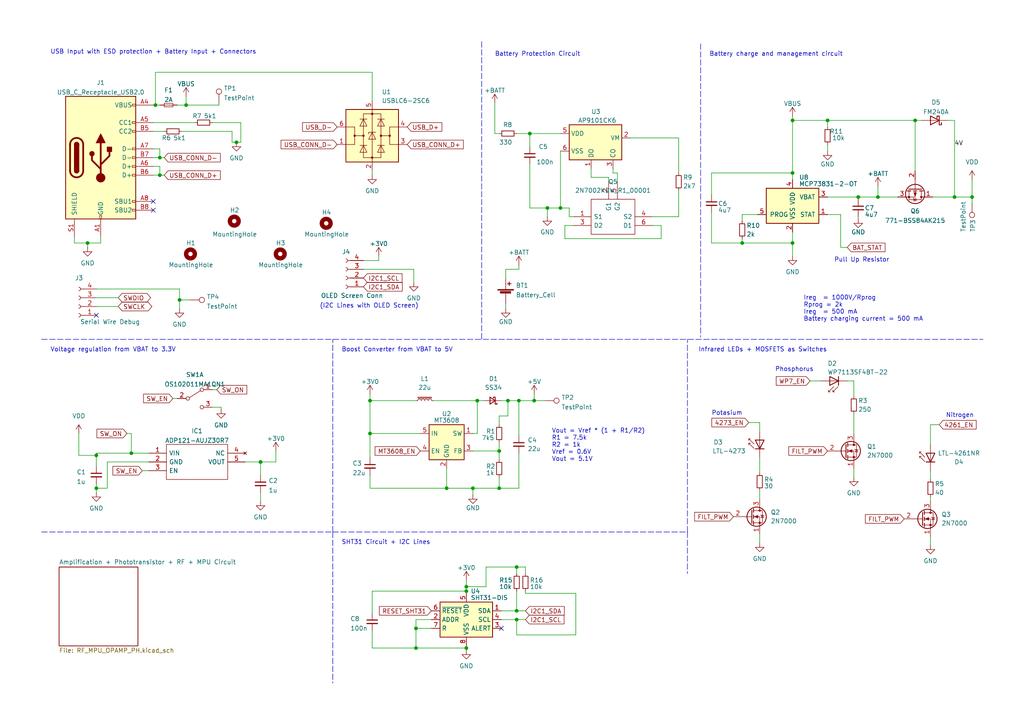
<source format=kicad_sch>
(kicad_sch (version 20211123) (generator eeschema)
  (paper "A4")
  (title_block (title "Dispositivo SNAP") (date "2022-11-03") (rev "1.0") (company "UTEC"))
  (lib_symbols
    (symbol "Battery_Management:AP9101CK6"
      (property "Reference" "U?" (at 2.0194 9.0465 0))
      (property "Value" "AP9101CK6" (at 2.0194 6.2714 0))
      (symbol "AP9101CK6_1_1"
        (pin output line (at -1.27 -7.62 90) (length 2.54) (name "DO") (number "1"))
        (pin passive line (at 10.16 1.27 180) (length 2.54) (name "VM") (number "2"))
        (pin output line (at 5.08 -7.62 90) (length 2.54) (name "CO") (number "3"))
        (pin no_connect line (at -7.62 -2.54 0) (length 2.54) hide (name "NC") (number "4"))
        (pin power_in line (at -10.16 2.54 0) (length 2.54) (name "VDD") (number "5"))
        (pin power_in line (at -10.16 -2.54 0) (length 2.54) (name "VSS") (number "6"))
      )
    )
    (symbol "Battery_Management:MCP73831-2-OT" (pin_names (offset 1.016))
      (property "Reference" "U" (at -7.62 6.35 0))
      (property "Value" "MCP73831-2-OT" (at 1.27 6.35 0))
      (symbol "MCP73831-2-OT_1_1"
        (pin output line (at 10.16 -2.54 180) (length 2.54) (name "STAT") (number "1"))
        (pin power_in line (at 0 -7.62 90) (length 2.54) (name "VSS") (number "2"))
        (pin power_out line (at 10.16 2.54 180) (length 2.54) (name "VBAT") (number "3"))
        (pin power_in line (at 0 7.62 270) (length 2.54) (name "VDD") (number "4"))
        (pin input line (at -10.16 -2.54 0) (length 2.54) (name "PROG") (number "5"))
      )
    )
    (symbol "Connector:Conn_01x04_Female" (pin_names (offset 1.016) hide)
      (property "Reference" "J" (at 0 5.08 0))
      (property "Value" "Conn_01x04_Female" (at 0 -7.62 0))
      (symbol "Conn_01x04_Female_1_1"
        (pin passive line (at -5.08 2.54 0) (length 3.81) (name "Pin_1") (number "1"))
        (pin passive line (at -5.08 0 0) (length 3.81) (name "Pin_2") (number "2"))
        (pin passive line (at -5.08 -2.54 0) (length 3.81) (name "Pin_3") (number "3"))
        (pin passive line (at -5.08 -5.08 0) (length 3.81) (name "Pin_4") (number "4"))
      )
    )
    (symbol "Connector:TestPoint" (pin_numbers hide) (pin_names (offset 0.762) hide)
      (property "Reference" "TP" (at 0 6.858 0))
      (property "Value" "TestPoint" (at 0 5.08 0))
      (symbol "TestPoint_1_1"
        (pin passive line (at 0 0 90) (length 2.54) (name "1") (number "1"))
      )
    )
    (symbol "Connector:USB_C_Receptacle_USB2.0" (pin_names (offset 1.016))
      (property "Reference" "J" (at -10.16 19.05 0))
      (property "Value" "USB_C_Receptacle_USB2.0" (at 19.05 19.05 0))
      (symbol "USB_C_Receptacle_USB2.0_1_1"
        (pin passive line (at 0 -22.86 90) (length 5.08) (name "GND") (number "A1"))
        (pin passive line (at 0 -22.86 90) (length 5.08) hide (name "GND") (number "A12"))
        (pin passive line (at 15.24 15.24 180) (length 5.08) (name "VBUS") (number "A4"))
        (pin bidirectional line (at 15.24 10.16 180) (length 5.08) (name "CC1") (number "A5"))
        (pin bidirectional line (at 15.24 -2.54 180) (length 5.08) (name "D+") (number "A6"))
        (pin bidirectional line (at 15.24 2.54 180) (length 5.08) (name "D-") (number "A7"))
        (pin bidirectional line (at 15.24 -12.7 180) (length 5.08) (name "SBU1") (number "A8"))
        (pin passive line (at 15.24 15.24 180) (length 5.08) hide (name "VBUS") (number "A9"))
        (pin passive line (at 0 -22.86 90) (length 5.08) hide (name "GND") (number "B1"))
        (pin passive line (at 0 -22.86 90) (length 5.08) hide (name "GND") (number "B12"))
        (pin passive line (at 15.24 15.24 180) (length 5.08) hide (name "VBUS") (number "B4"))
        (pin bidirectional line (at 15.24 7.62 180) (length 5.08) (name "CC2") (number "B5"))
        (pin bidirectional line (at 15.24 -5.08 180) (length 5.08) (name "D+") (number "B6"))
        (pin bidirectional line (at 15.24 0 180) (length 5.08) (name "D-") (number "B7"))
        (pin bidirectional line (at 15.24 -15.24 180) (length 5.08) (name "SBU2") (number "B8"))
        (pin passive line (at 15.24 15.24 180) (length 5.08) hide (name "VBUS") (number "B9"))
        (pin passive line (at -7.62 -22.86 90) (length 5.08) (name "SHIELD") (number "S1"))
      )
    )
    (symbol "Device:Battery_Cell" (pin_numbers hide) (pin_names (offset 0) hide)
      (property "Reference" "BT" (at 2.54 2.54 0))
      (property "Value" "Battery_Cell" (at 2.54 0 0))
      (symbol "Battery_Cell_1_1"
        (pin passive line (at 0 5.08 270) (length 2.54) (name "+") (number "1"))
        (pin passive line (at 0 -2.54 90) (length 2.54) (name "-") (number "2"))
      )
    )
    (symbol "Device:C_Small" (pin_numbers hide) (pin_names (offset 0.254) hide)
      (property "Reference" "C" (at 0.254 1.778 0))
      (property "Value" "C_Small" (at 0.254 -2.032 0))
      (symbol "C_Small_1_1"
        (pin passive line (at 0 2.54 270) (length 2.032) (name "~") (number "1"))
        (pin passive line (at 0 -2.54 90) (length 2.032) (name "~") (number "2"))
      )
    )
    (symbol "Device:D_Schottky" (pin_numbers hide) (pin_names (offset 1.016) hide)
      (property "Reference" "D" (at 0 2.54 0))
      (property "Value" "D_Schottky" (at 0 -2.54 0))
      (symbol "D_Schottky_1_1"
        (pin passive line (at -3.81 0 0) (length 2.54) (name "K") (number "1"))
        (pin passive line (at 3.81 0 180) (length 2.54) (name "A") (number "2"))
      )
    )
    (symbol "Device:D_Schottky_Small" (pin_numbers hide) (pin_names (offset 0.254) hide)
      (property "Reference" "D" (at -1.27 2.032 0))
      (property "Value" "D_Schottky_Small" (at -7.112 -2.032 0))
      (symbol "D_Schottky_Small_1_1"
        (pin passive line (at -2.54 0 0) (length 1.778) (name "K") (number "1"))
        (pin passive line (at 2.54 0 180) (length 1.778) (name "A") (number "2"))
      )
    )
    (symbol "Device:Fuse_Small" (pin_numbers hide) (pin_names (offset 0.254) hide)
      (property "Reference" "F" (at 0 -1.524 0))
      (property "Value" "Fuse_Small" (at 0 1.524 0))
      (symbol "Fuse_Small_1_1"
        (pin passive line (at -2.54 0 0) (length 1.27) (name "~") (number "1"))
        (pin passive line (at 2.54 0 180) (length 1.27) (name "~") (number "2"))
      )
    )
    (symbol "Device:L_Iron_Small" (pin_numbers hide) (pin_names (offset 0.254) hide)
      (property "Reference" "L" (at 1.27 1.016 0))
      (property "Value" "L_Iron_Small" (at 1.27 -1.27 0))
      (symbol "L_Iron_Small_1_1"
        (pin passive line (at 0 2.54 270) (length 0.508) (name "~") (number "1"))
        (pin passive line (at 0 -2.54 90) (length 0.508) (name "~") (number "2"))
      )
    )
    (symbol "Device:Q_PMOS_DGS" (pin_names (offset 0) hide)
      (property "Reference" "Q" (at 5.08 1.27 0))
      (property "Value" "Q_PMOS_DGS" (at 5.08 -1.27 0))
      (symbol "Q_PMOS_DGS_1_1"
        (pin passive line (at 2.54 5.08 270) (length 2.54) (name "D") (number "1"))
        (pin input line (at -5.08 0 0) (length 2.54) (name "G") (number "2"))
        (pin passive line (at 2.54 -5.08 90) (length 2.54) (name "S") (number "3"))
      )
    )
    (symbol "Device:R_Small" (pin_numbers hide) (pin_names (offset 0.254) hide)
      (property "Reference" "R" (at 0.762 0.508 0))
      (property "Value" "R_Small" (at 0.762 -1.016 0))
      (symbol "R_Small_1_1"
        (pin passive line (at 0 2.54 270) (length 0.762) (name "~") (number "1"))
        (pin passive line (at 0 -2.54 90) (length 0.762) (name "~") (number "2"))
      )
    )
    (symbol "LED:IR204A" (pin_numbers hide) (pin_names (offset 1.016) hide)
      (property "Reference" "D" (at 0.508 1.778 0))
      (property "Value" "IR204A" (at -1.016 -2.794 0))
      (symbol "IR204A_1_1"
        (pin passive line (at -5.08 0 0) (length 2.54) (name "K") (number "1"))
        (pin passive line (at 2.54 0 180) (length 2.54) (name "A") (number "2"))
      )
    )
    (symbol "Mechanical:MountingHole" (pin_names (offset 1.016))
      (property "Reference" "H" (at 0 5.08 0))
      (property "Value" "MountingHole" (at 0 3.175 0))
    )
    (symbol "Power_Protection:USBLC6-2SC6" (pin_names hide)
      (property "Reference" "U" (at 2.54 8.89 0))
      (property "Value" "USBLC6-2SC6" (at 2.54 -8.89 0))
      (symbol "USBLC6-2SC6_1_1"
        (pin passive line (at -10.16 -2.54 0) (length 2.54) (name "I/O1") (number "1"))
        (pin passive line (at 0 -10.16 90) (length 2.54) (name "GND") (number "2"))
        (pin passive line (at 10.16 -2.54 180) (length 2.54) (name "I/O2") (number "3"))
        (pin passive line (at 10.16 2.54 180) (length 2.54) (name "I/O2") (number "4"))
        (pin passive line (at 0 10.16 270) (length 2.54) (name "VBUS") (number "5"))
        (pin passive line (at -10.16 2.54 0) (length 2.54) (name "I/O1") (number "6"))
      )
    )
    (symbol "Regulator_Switching:MT3608"
      (property "Reference" "U" (at -2.54 8.89 0))
      (property "Value" "MT3608" (at -3.81 6.35 0))
      (symbol "MT3608_1_1"
        (pin passive line (at 7.62 2.54 180) (length 2.54) (name "SW") (number "1"))
        (pin power_in line (at 0 -7.62 90) (length 2.54) (name "GND") (number "2"))
        (pin input line (at 7.62 -2.54 180) (length 2.54) (name "FB") (number "3"))
        (pin input line (at -7.62 -2.54 0) (length 2.54) (name "EN") (number "4"))
        (pin power_in line (at -7.62 2.54 0) (length 2.54) (name "IN") (number "5"))
        (pin no_connect line (at 5.08 0 180) (length 2.54) hide (name "NC") (number "6"))
      )
    )
    (symbol "SamacSys_Parts:2N7002KDW_R1_00001" (pin_names (offset 0.762))
      (property "Reference" "Q?" (at 11.43 7.62 0))
      (property "Value" "2N7002KDW_R1_00001" (at 11.43 5.08 0))
      (symbol "2N7002KDW_R1_00001_0_0"
        (pin passive line (at 0 -2.54 0) (length 5.08) (name "S1") (number "1"))
        (pin passive line (at 10.16 7.62 270) (length 5.08) (name "G1") (number "2"))
        (pin passive line (at 0 -5.08 0) (length 5.08) (name "D2") (number "3"))
        (pin passive line (at 22.86 -2.54 180) (length 5.08) (name "S2") (number "4"))
        (pin passive line (at 12.7 7.62 270) (length 5.08) (name "G2") (number "5"))
        (pin passive line (at 22.86 -5.08 180) (length 5.08) (name "D1") (number "6"))
      )
    )
    (symbol "SamacSys_Parts:ADP121-AUJZ33R7" (pin_names (offset 0.762))
      (property "Reference" "IC" (at 24.13 7.62 0))
      (property "Value" "ADP121-AUJZ33R7" (at 24.13 5.08 0))
      (symbol "ADP121-AUJZ33R7_0_0"
        (pin passive line (at 0 0 0) (length 5.08) (name "VIN") (number "1"))
        (pin passive line (at 0 -2.54 0) (length 5.08) (name "GND") (number "2"))
        (pin passive line (at 0 -5.08 0) (length 5.08) (name "EN") (number "3"))
        (pin no_connect line (at 27.94 0 180) (length 5.08) (name "NC") (number "4"))
        (pin passive line (at 27.94 -2.54 180) (length 5.08) (name "VOUT") (number "5"))
      )
    )
    (symbol "Sensor_Humidity:SHT31-DIS"
      (property "Reference" "U?" (at 2.0194 9.0465 0))
      (property "Value" "SHT31-DIS" (at 2.0194 6.2714 0))
      (symbol "SHT31-DIS_1_1"
        (pin bidirectional line (at 10.16 2.54 180) (length 2.54) (name "SDA") (number "1"))
        (pin input line (at -10.16 0 0) (length 2.54) (name "ADDR") (number "2"))
        (pin output line (at 10.16 -2.54 180) (length 2.54) (name "ALERT") (number "3"))
        (pin input line (at 10.16 0 180) (length 2.54) (name "SCL") (number "4"))
        (pin power_in line (at 0 7.62 270) (length 2.54) (name "VDD") (number "5"))
        (pin input line (at -10.16 2.54 0) (length 2.54) (name "~{RESET}") (number "6"))
        (pin passive line (at -10.16 -2.54 0) (length 2.54) (name "R") (number "7"))
        (pin power_in line (at 0 -7.62 90) (length 2.54) (name "VSS") (number "8"))
        (pin passive line (at 0 -7.62 90) (length 2.54) hide (name "VSS") (number "9"))
      )
    )
    (symbol "Switch:SW_DPDT_x2" (pin_names (offset 0) hide)
      (property "Reference" "SW" (at 0 4.318 0))
      (property "Value" "SW_DPDT_x2" (at 0 -5.08 0))
      (symbol "SW_DPDT_x2_1_1"
        (pin passive line (at 5.08 2.54 180) (length 2.54) (name "A") (number "1"))
        (pin passive line (at -5.08 0 0) (length 2.54) (name "B") (number "2"))
        (pin passive line (at 5.08 -2.54 180) (length 2.54) (name "C") (number "3"))
      )
      (symbol "SW_DPDT_x2_2_1"
        (pin passive line (at 5.08 2.54 180) (length 2.54) (name "A") (number "4"))
        (pin passive line (at -5.08 0 0) (length 2.54) (name "B") (number "5"))
        (pin passive line (at 5.08 -2.54 180) (length 2.54) (name "C") (number "6"))
      )
    )
    (symbol "Transistor_FET:2N7000" (pin_names hide)
      (property "Reference" "Q" (at 5.08 1.905 0))
      (property "Value" "2N7000" (at 5.08 0 0))
      (symbol "2N7000_1_1"
        (pin passive line (at 2.54 -5.08 90) (length 2.54) (name "S") (number "1"))
        (pin input line (at -5.08 0 0) (length 2.54) (name "G") (number "2"))
        (pin passive line (at 2.54 5.08 270) (length 2.54) (name "D") (number "3"))
      )
    )
    (symbol "power:+3V0" (power) (pin_names (offset 0))
      (property "Value" "+3V0" (at 0 3.556 0))
      (symbol "+3V0_1_1"
        (pin power_in line (at 0 0 90) (length 0) hide (name "+3V0") (number "1"))
      )
    )
    (symbol "power:+5V" (power) (pin_names (offset 0))
      (property "Value" "+5V" (at 0 3.556 0))
      (symbol "+5V_1_1"
        (pin power_in line (at 0 0 90) (length 0) hide (name "+5V") (number "1"))
      )
    )
    (symbol "power:+BATT" (power) (pin_names (offset 0))
      (property "Value" "+BATT" (at 0 3.556 0))
      (symbol "+BATT_1_1"
        (pin power_in line (at 0 0 90) (length 0) hide (name "+BATT") (number "1"))
      )
    )
    (symbol "power:GND" (power) (pin_names (offset 0))
      (property "Value" "GND" (at 0 -3.81 0))
      (symbol "GND_1_1"
        (pin power_in line (at 0 0 270) (length 0) hide (name "GND") (number "1"))
      )
    )
    (symbol "power:VBUS" (power) (pin_names (offset 0))
      (property "Value" "VBUS" (at 0 3.81 0))
      (symbol "VBUS_1_1"
        (pin power_in line (at 0 0 90) (length 0) hide (name "VBUS") (number "1"))
      )
    )
    (symbol "power:VDD" (power) (pin_names (offset 0))
      (property "Value" "VDD" (at 0 3.81 0))
      (symbol "VDD_1_1"
        (pin power_in line (at 0 0 90) (length 0) hide (name "VDD") (number "1"))
      )
    )
  )
  (junction (at 52.07 86.995))
  (junction (at 215.265 70.485))
  (junction (at 229.87 70.485))
  (junction (at 162.56 60.325))
  (junction (at 68.58 41.275))
  (junction (at 27.94 132.08))
  (junction (at 135.255 171.45))
  (junction (at 107.315 125.73))
  (junction (at 135.255 170.18))
  (junction (at 147.32 116.205))
  (junction (at 53.975 30.48))
  (junction (at 107.315 116.205))
  (junction (at 276.86 57.15))
  (junction (at 45.085 30.48))
  (junction (at 158.75 60.325))
  (junction (at 229.87 34.925))
  (junction (at 149.86 177.165))
  (junction (at 150.495 116.205))
  (junction (at 144.78 130.81))
  (junction (at 153.67 38.735))
  (junction (at 25.4 70.485))
  (junction (at 75.565 133.985))
  (junction (at 248.92 57.15))
  (junction (at 281.94 57.15))
  (junction (at 120.65 187.96))
  (junction (at 254.635 57.15))
  (junction (at 46.355 50.8))
  (junction (at 129.54 141.605))
  (junction (at 154.94 116.205))
  (junction (at 144.78 141.605))
  (junction (at 138.43 116.205))
  (junction (at 149.86 179.705))
  (junction (at 135.255 187.96))
  (junction (at 120.65 182.245))
  (junction (at 240.03 34.925))
  (junction (at 229.87 50.165))
  (junction (at 27.94 141.605))
  (junction (at 149.86 164.465))
  (junction (at 38.1 131.445))
  (junction (at 265.43 34.925))
  (junction (at 137.16 141.605))
  (junction (at 46.355 45.72))
  (no_connect (at 44.45 58.42))
  (no_connect (at 44.45 60.96))
  (no_connect (at 145.415 182.245))
  (no_connect (at 27.94 91.44))
  (wire (pts (xy 120.65 179.705) (xy 120.65 182.245)))
  (wire (pts (xy 269.875 128.905) (xy 269.875 123.19)))
  (wire (pts (xy 44.45 38.1) (xy 47.625 38.1)))
  (wire (pts (xy 45.085 20.955) (xy 45.085 30.48)))
  (wire (pts (xy 27.94 131.445) (xy 38.1 131.445)))
  (wire (pts (xy 144.78 123.19) (xy 144.78 120.65)))
  (wire (pts (xy 265.43 34.925) (xy 267.335 34.925)))
  (wire (pts (xy 177.8 50.165) (xy 177.8 48.895)))
  (wire (pts (xy 274.955 34.925) (xy 276.86 34.925)))
  (wire (pts (xy 150.495 116.205) (xy 150.495 126.365)))
  (wire (pts (xy 176.53 51.435) (xy 171.45 51.435)))
  (polyline (pts (xy 12.065 154.305) (xy 96.52 154.305)))
  (wire (pts (xy 138.43 116.205) (xy 140.335 116.205)))
  (wire (pts (xy 125.73 116.205) (xy 138.43 116.205)))
  (polyline (pts (xy 199.39 154.305) (xy 199.39 98.425)))
  (wire (pts (xy 191.77 65.405) (xy 189.23 65.405)))
  (wire (pts (xy 165.1 60.325) (xy 162.56 60.325)))
  (wire (pts (xy 27.94 86.36) (xy 34.29 86.36)))
  (wire (pts (xy 152.4 164.465) (xy 149.86 164.465)))
  (wire (pts (xy 152.4 166.37) (xy 152.4 164.465)))
  (wire (pts (xy 167.005 184.15) (xy 149.86 184.15)))
  (wire (pts (xy 153.67 38.735) (xy 162.56 38.735)))
  (wire (pts (xy 158.75 60.325) (xy 158.75 62.865)))
  (wire (pts (xy 46.355 45.72) (xy 47.625 45.72)))
  (wire (pts (xy 144.78 130.81) (xy 144.78 133.35)))
  (wire (pts (xy 140.97 164.465) (xy 140.97 170.18)))
  (wire (pts (xy 107.315 116.205) (xy 107.315 125.73)))
  (wire (pts (xy 215.265 62.23) (xy 219.71 62.23)))
  (wire (pts (xy 240.03 36.83) (xy 240.03 34.925)))
  (wire (pts (xy 144.78 120.65) (xy 147.32 120.65)))
  (wire (pts (xy 215.265 70.485) (xy 229.87 70.485)))
  (wire (pts (xy 248.92 57.15) (xy 254.635 57.15)))
  (wire (pts (xy 220.345 154.94) (xy 220.345 157.48)))
  (wire (pts (xy 50.165 115.57) (xy 51.435 115.57)))
  (wire (pts (xy 163.83 65.405) (xy 163.83 69.215)))
  (wire (pts (xy 67.31 38.1) (xy 67.31 41.275)))
  (wire (pts (xy 243.84 71.755) (xy 245.745 71.755)))
  (wire (pts (xy 269.875 155.575) (xy 269.875 158.115)))
  (wire (pts (xy 51.435 30.48) (xy 53.975 30.48)))
  (wire (pts (xy 120.015 78.105) (xy 120.015 81.915)))
  (wire (pts (xy 135.255 187.96) (xy 135.255 188.595)))
  (wire (pts (xy 229.87 70.485) (xy 229.87 74.295)))
  (wire (pts (xy 254.635 57.15) (xy 254.635 53.975)))
  (wire (pts (xy 44.45 48.26) (xy 46.355 48.26)))
  (wire (pts (xy 149.86 177.165) (xy 152.4 177.165)))
  (wire (pts (xy 135.255 170.18) (xy 135.255 171.45)))
  (wire (pts (xy 229.87 34.925) (xy 229.87 50.165)))
  (wire (pts (xy 145.415 116.205) (xy 147.32 116.205)))
  (wire (pts (xy 269.875 144.145) (xy 269.875 145.415)))
  (polyline (pts (xy 199.39 154.305) (xy 199.39 166.37)))
  (wire (pts (xy 105.41 75.565) (xy 109.855 75.565)))
  (wire (pts (xy 22.86 125.73) (xy 22.86 132.08)))
  (wire (pts (xy 120.65 187.96) (xy 135.255 187.96)))
  (wire (pts (xy 52.07 89.535) (xy 52.07 86.995)))
  (wire (pts (xy 220.345 142.24) (xy 220.345 144.78)))
  (wire (pts (xy 248.92 63.5) (xy 248.92 62.865)))
  (wire (pts (xy 150.495 76.835) (xy 150.495 78.105)))
  (wire (pts (xy 167.005 172.085) (xy 167.005 184.15)))
  (wire (pts (xy 153.67 60.325) (xy 158.75 60.325)))
  (polyline (pts (xy 96.52 154.305) (xy 199.39 154.305)))
  (wire (pts (xy 254.635 57.15) (xy 260.35 57.15)))
  (wire (pts (xy 145.415 177.165) (xy 149.86 177.165)))
  (wire (pts (xy 27.94 88.9) (xy 34.29 88.9)))
  (wire (pts (xy 38.1 131.445) (xy 43.18 131.445)))
  (wire (pts (xy 137.16 130.81) (xy 144.78 130.81)))
  (wire (pts (xy 44.45 43.18) (xy 46.355 43.18)))
  (wire (pts (xy 61.595 35.56) (xy 69.85 35.56)))
  (wire (pts (xy 240.03 41.91) (xy 240.03 43.815)))
  (wire (pts (xy 234.95 110.49) (xy 238.125 110.49)))
  (wire (pts (xy 120.65 116.205) (xy 107.315 116.205)))
  (wire (pts (xy 154.94 114.3) (xy 154.94 116.205)))
  (wire (pts (xy 162.56 43.815) (xy 162.56 60.325)))
  (wire (pts (xy 163.83 69.215) (xy 191.77 69.215)))
  (wire (pts (xy 147.32 120.65) (xy 147.32 116.205)))
  (wire (pts (xy 45.085 30.48) (xy 46.355 30.48)))
  (wire (pts (xy 247.65 120.015) (xy 247.65 125.73)))
  (wire (pts (xy 229.87 33.655) (xy 229.87 34.925)))
  (wire (pts (xy 154.94 116.205) (xy 158.115 116.205)))
  (wire (pts (xy 107.95 20.955) (xy 107.95 29.21)))
  (wire (pts (xy 196.85 55.245) (xy 196.85 62.865)))
  (wire (pts (xy 63.5 30.48) (xy 53.975 30.48)))
  (wire (pts (xy 105.41 78.105) (xy 120.015 78.105)))
  (wire (pts (xy 31.115 141.605) (xy 27.94 141.605)))
  (wire (pts (xy 247.65 110.49) (xy 247.65 114.935)))
  (wire (pts (xy 146.685 88.265) (xy 146.685 89.535)))
  (wire (pts (xy 229.87 67.31) (xy 229.87 70.485)))
  (wire (pts (xy 240.03 57.15) (xy 248.92 57.15)))
  (wire (pts (xy 137.16 141.605) (xy 144.78 141.605)))
  (wire (pts (xy 206.375 56.515) (xy 206.375 50.165)))
  (wire (pts (xy 107.95 187.96) (xy 120.65 187.96)))
  (wire (pts (xy 153.67 47.625) (xy 153.67 60.325)))
  (wire (pts (xy 149.86 184.15) (xy 149.86 179.705)))
  (wire (pts (xy 107.315 141.605) (xy 129.54 141.605)))
  (wire (pts (xy 206.375 61.595) (xy 206.375 70.485)))
  (wire (pts (xy 53.975 30.48) (xy 53.975 27.94)))
  (wire (pts (xy 196.85 40.005) (xy 196.85 50.165)))
  (wire (pts (xy 217.17 122.555) (xy 220.345 122.555)))
  (wire (pts (xy 265.43 49.53) (xy 265.43 34.925)))
  (wire (pts (xy 75.565 142.875) (xy 75.565 145.415)))
  (wire (pts (xy 145.415 179.705) (xy 149.86 179.705)))
  (wire (pts (xy 240.03 62.23) (xy 243.84 62.23)))
  (wire (pts (xy 269.875 136.525) (xy 269.875 139.065)))
  (wire (pts (xy 38.1 125.73) (xy 38.1 131.445)))
  (wire (pts (xy 270.51 57.15) (xy 276.86 57.15)))
  (wire (pts (xy 67.31 41.275) (xy 68.58 41.275)))
  (wire (pts (xy 149.86 166.37) (xy 149.86 164.465)))
  (wire (pts (xy 129.54 141.605) (xy 137.16 141.605)))
  (wire (pts (xy 140.97 170.18) (xy 135.255 170.18)))
  (wire (pts (xy 36.83 125.73) (xy 38.1 125.73)))
  (wire (pts (xy 243.84 62.23) (xy 243.84 71.755)))
  (wire (pts (xy 27.94 141.605) (xy 27.94 142.875)))
  (wire (pts (xy 31.115 133.985) (xy 31.115 141.605)))
  (wire (pts (xy 138.43 125.73) (xy 138.43 116.205)))
  (wire (pts (xy 149.86 171.45) (xy 149.86 177.165)))
  (wire (pts (xy 196.85 62.865) (xy 189.23 62.865)))
  (polyline (pts (xy 96.52 154.305) (xy 96.52 98.425)))
  (wire (pts (xy 41.275 136.525) (xy 43.18 136.525)))
  (wire (pts (xy 150.495 131.445) (xy 150.495 141.605)))
  (wire (pts (xy 245.745 110.49) (xy 247.65 110.49)))
  (wire (pts (xy 215.265 69.215) (xy 215.265 70.485)))
  (wire (pts (xy 29.21 70.485) (xy 25.4 70.485)))
  (wire (pts (xy 276.86 34.925) (xy 276.86 57.15)))
  (wire (pts (xy 52.07 83.82) (xy 52.07 86.995)))
  (wire (pts (xy 149.86 38.735) (xy 153.67 38.735)))
  (wire (pts (xy 152.4 172.085) (xy 152.4 171.45)))
  (wire (pts (xy 43.18 133.985) (xy 31.115 133.985)))
  (wire (pts (xy 135.255 168.275) (xy 135.255 170.18)))
  (wire (pts (xy 191.77 69.215) (xy 191.77 65.405)))
  (polyline (pts (xy 203.2 12.7) (xy 203.2 97.79)))
  (wire (pts (xy 147.32 116.205) (xy 150.495 116.205)))
  (wire (pts (xy 75.565 133.985) (xy 75.565 137.795)))
  (wire (pts (xy 120.65 182.245) (xy 120.65 187.96)))
  (wire (pts (xy 120.65 179.705) (xy 125.095 179.705)))
  (wire (pts (xy 179.07 50.165) (xy 177.8 50.165)))
  (wire (pts (xy 152.4 172.085) (xy 167.005 172.085)))
  (wire (pts (xy 25.4 70.485) (xy 25.4 71.755)))
  (wire (pts (xy 21.59 70.485) (xy 25.4 70.485)))
  (polyline (pts (xy 139.7 12.065) (xy 139.7 98.425)))
  (wire (pts (xy 71.12 133.985) (xy 75.565 133.985)))
  (wire (pts (xy 269.875 123.19) (xy 272.415 123.19)))
  (wire (pts (xy 153.67 38.735) (xy 153.67 42.545)))
  (wire (pts (xy 137.16 141.605) (xy 137.16 143.51)))
  (wire (pts (xy 281.94 57.15) (xy 281.94 59.055)))
  (wire (pts (xy 149.86 164.465) (xy 140.97 164.465)))
  (wire (pts (xy 44.45 50.8) (xy 46.355 50.8)))
  (wire (pts (xy 240.03 34.925) (xy 229.87 34.925)))
  (wire (pts (xy 69.85 35.56) (xy 69.85 41.275)))
  (wire (pts (xy 107.315 137.795) (xy 107.315 141.605)))
  (wire (pts (xy 120.65 182.245) (xy 125.095 182.245)))
  (wire (pts (xy 144.78 38.735) (xy 143.51 38.735)))
  (wire (pts (xy 144.78 141.605) (xy 150.495 141.605)))
  (wire (pts (xy 220.345 122.555) (xy 220.345 125.095)))
  (wire (pts (xy 44.45 35.56) (xy 56.515 35.56)))
  (wire (pts (xy 144.78 138.43) (xy 144.78 141.605)))
  (wire (pts (xy 107.95 171.45) (xy 135.255 171.45)))
  (wire (pts (xy 206.375 50.165) (xy 229.87 50.165)))
  (wire (pts (xy 107.95 182.88) (xy 107.95 187.96)))
  (wire (pts (xy 220.345 132.715) (xy 220.345 137.16)))
  (polyline (pts (xy 96.52 154.305) (xy 96.52 198.12)))
  (wire (pts (xy 149.86 179.705) (xy 152.4 179.705)))
  (wire (pts (xy 52.07 86.995) (xy 55.245 86.995)))
  (wire (pts (xy 107.315 125.73) (xy 107.315 132.715)))
  (wire (pts (xy 46.355 43.18) (xy 46.355 45.72)))
  (wire (pts (xy 146.685 78.105) (xy 146.685 80.645)))
  (wire (pts (xy 129.54 135.89) (xy 129.54 141.605)))
  (wire (pts (xy 107.95 49.53) (xy 107.95 50.8)))
  (wire (pts (xy 109.855 75.565) (xy 109.855 74.295)))
  (wire (pts (xy 206.375 70.485) (xy 215.265 70.485)))
  (polyline (pts (xy 12.065 98.425) (xy 285.115 98.425)))
  (wire (pts (xy 107.315 114.3) (xy 107.315 116.205)))
  (wire (pts (xy 165.1 62.865) (xy 165.1 60.325)))
  (wire (pts (xy 80.01 130.81) (xy 80.01 133.985)))
  (wire (pts (xy 27.94 140.335) (xy 27.94 141.605)))
  (wire (pts (xy 276.86 57.15) (xy 281.94 57.15)))
  (wire (pts (xy 144.78 128.27) (xy 144.78 130.81)))
  (wire (pts (xy 229.87 50.165) (xy 229.87 52.07)))
  (wire (pts (xy 281.94 52.07) (xy 281.94 57.15)))
  (wire (pts (xy 247.65 135.89) (xy 247.65 138.43)))
  (wire (pts (xy 135.255 171.45) (xy 135.255 172.085)))
  (wire (pts (xy 176.53 52.705) (xy 176.53 51.435)))
  (wire (pts (xy 248.92 57.15) (xy 248.92 57.785)))
  (wire (pts (xy 29.21 68.58) (xy 29.21 70.485)))
  (wire (pts (xy 171.45 51.435) (xy 171.45 48.895)))
  (wire (pts (xy 61.595 113.03) (xy 62.865 113.03)))
  (wire (pts (xy 107.95 20.955) (xy 45.085 20.955)))
  (wire (pts (xy 27.94 131.445) (xy 27.94 132.08)))
  (wire (pts (xy 64.135 118.11) (xy 64.135 118.745)))
  (wire (pts (xy 162.56 60.325) (xy 158.75 60.325)))
  (wire (pts (xy 166.37 65.405) (xy 163.83 65.405)))
  (wire (pts (xy 63.5 29.845) (xy 63.5 30.48)))
  (wire (pts (xy 137.16 125.73) (xy 138.43 125.73)))
  (wire (pts (xy 135.255 187.325) (xy 135.255 187.96)))
  (wire (pts (xy 44.45 45.72) (xy 46.355 45.72)))
  (wire (pts (xy 21.59 68.58) (xy 21.59 70.485)))
  (wire (pts (xy 179.07 52.705) (xy 179.07 50.165)))
  (wire (pts (xy 61.595 118.11) (xy 64.135 118.11)))
  (wire (pts (xy 69.85 41.275) (xy 68.58 41.275)))
  (wire (pts (xy 46.355 48.26) (xy 46.355 50.8)))
  (wire (pts (xy 215.265 64.135) (xy 215.265 62.23)))
  (wire (pts (xy 265.43 34.925) (xy 240.03 34.925)))
  (wire (pts (xy 46.355 50.8) (xy 47.625 50.8)))
  (wire (pts (xy 143.51 38.735) (xy 143.51 29.845)))
  (wire (pts (xy 121.92 125.73) (xy 107.315 125.73)))
  (wire (pts (xy 27.94 132.08) (xy 27.94 135.255)))
  (wire (pts (xy 166.37 62.865) (xy 165.1 62.865)))
  (wire (pts (xy 44.45 30.48) (xy 45.085 30.48)))
  (wire (pts (xy 182.88 40.005) (xy 196.85 40.005)))
  (wire (pts (xy 150.495 78.105) (xy 146.685 78.105)))
  (wire (pts (xy 75.565 133.985) (xy 80.01 133.985)))
  (wire (pts (xy 22.86 132.08) (xy 27.94 132.08)))
  (wire (pts (xy 52.705 38.1) (xy 67.31 38.1)))
  (wire (pts (xy 27.94 83.82) (xy 52.07 83.82)))
  (wire (pts (xy 107.95 177.8) (xy 107.95 171.45)))
  (wire (pts (xy 154.94 116.205) (xy 150.495 116.205)))
  (text "Boost Converter from VBAT to 5V" (at 99.06 102.235 0) (effects (font (size 1.27 1.27)) (justify left bottom)))
  (text "(I2C Lines with OLED Screen)" (at 92.71 89.535 0) (effects (font (size 1.27 1.27)) (justify left bottom)))
  (text "Ireg  = 1000V/Rprog\nRprog = 2k\nIreg  = 500 mA\nBattery charging current = 500 mA" (at 233.045 93.345 0) (effects (font (size 1.27 1.27)) (justify left bottom)))
  (text "Voltage regulation from VBAT to 3.3V" (at 14.605 102.235 0) (effects (font (size 1.27 1.27)) (justify left bottom)))
  (text "Potasium" (at 206.375 120.65 0) (effects (font (size 1.27 1.27)) (justify left bottom)))
  (text "Vout = Vref * (1 + R1/R2)\nR1 = 7.5k\nR2 = 1k\nVref = 0.6V\nVout = 5.1V" (at 160.02 133.985 0) (effects (font (size 1.27 1.27)) (justify left bottom)))
  (text "SHT31 Circuit + I2C Lines" (at 99.06 158.115 0) (effects (font (size 1.27 1.27)) (justify left bottom)))
  (text "USB Input with ESD protection + Battery Input + Connectors" (at 14.605 15.875 0) (effects (font (size 1.27 1.27)) (justify left bottom)))
  (text "Phosphorus" (at 224.79 107.95 0) (effects (font (size 1.27 1.27)) (justify left bottom)))
  (text "Pull Up Resistor" (at 241.935 76.2 0) (effects (font (size 1.27 1.27)) (justify left bottom)))
  (text "Nitrogen" (at 274.32 121.285 0) (effects (font (size 1.27 1.27)) (justify left bottom)))
  (text "Battery Protection Circuit" (at 143.51 16.51 0) (effects (font (size 1.27 1.27)) (justify left bottom)))
  (text "Battery charge and management circuit" (at 205.74 16.51 0) (effects (font (size 1.27 1.27)) (justify left bottom)))
  (text "Infrared LEDs + MOSFETS as Switches" (at 202.565 102.235 0) (effects (font (size 1.27 1.27)) (justify left bottom)))
  (label "4V" (at 276.86 42.545 0))
  (global_label "BAT_STAT" (shape input) (at 245.745 71.755 0) (property "Intersheet References" "${INTERSHEET_REFS}" (effects hide)))
  (global_label "4261_EN" (shape input) (at 272.415 123.19 0) (property "Intersheet References" "${INTERSHEET_REFS}" (effects hide)))
  (global_label "SW_ON" (shape input) (at 36.83 125.73 180) (property "Intersheet References" "${INTERSHEET_REFS}" (effects hide)))
  (global_label "I2C1_SDA" (shape input) (at 105.41 83.185 0) (property "Intersheet References" "${INTERSHEET_REFS}" (effects hide)))
  (global_label "MT3608_EN" (shape input) (at 121.92 130.81 180) (property "Intersheet References" "${INTERSHEET_REFS}" (effects hide)))
  (global_label "I2C1_SDA" (shape input) (at 152.4 177.165 0) (property "Intersheet References" "${INTERSHEET_REFS}" (effects hide)))
  (global_label "FILT_PWM" (shape input) (at 212.725 149.86 180) (property "Intersheet References" "${INTERSHEET_REFS}" (effects hide)))
  (global_label "RESET_SHT31" (shape input) (at 125.095 177.165 180) (property "Intersheet References" "${INTERSHEET_REFS}" (effects hide)))
  (global_label "SWCLK" (shape bidirectional) (at 34.29 88.9 0) (property "Intersheet References" "${INTERSHEET_REFS}" (effects hide)))
  (global_label "SW_EN" (shape input) (at 50.165 115.57 180) (property "Intersheet References" "${INTERSHEET_REFS}" (effects hide)))
  (global_label "SW_EN" (shape input) (at 41.275 136.525 180) (property "Intersheet References" "${INTERSHEET_REFS}" (effects hide)))
  (global_label "USB_CONN_D+" (shape input) (at 47.625 50.8 0) (property "Intersheet References" "${INTERSHEET_REFS}" (effects hide)))
  (global_label "FILT_PWM" (shape input) (at 262.255 150.495 180) (property "Intersheet References" "${INTERSHEET_REFS}" (effects hide)))
  (global_label "I2C1_SCL" (shape input) (at 152.4 179.705 0) (property "Intersheet References" "${INTERSHEET_REFS}" (effects hide)))
  (global_label "FILT_PWM" (shape input) (at 240.03 130.81 180) (property "Intersheet References" "${INTERSHEET_REFS}" (effects hide)))
  (global_label "I2C1_SCL" (shape input) (at 105.41 80.645 0) (property "Intersheet References" "${INTERSHEET_REFS}" (effects hide)))
  (global_label "4273_EN" (shape input) (at 217.17 122.555 180) (property "Intersheet References" "${INTERSHEET_REFS}" (effects hide)))
  (global_label "USB_CONN_D-" (shape input) (at 47.625 45.72 0) (property "Intersheet References" "${INTERSHEET_REFS}" (effects hide)))
  (global_label "USB_D-" (shape input) (at 97.79 36.83 180) (property "Intersheet References" "${INTERSHEET_REFS}" (effects hide)))
  (global_label "USB_D+" (shape input) (at 118.11 36.83 0) (property "Intersheet References" "${INTERSHEET_REFS}" (effects hide)))
  (global_label "SW_ON" (shape input) (at 62.865 113.03 0) (property "Intersheet References" "${INTERSHEET_REFS}" (effects hide)))
  (global_label "SWDIO" (shape bidirectional) (at 34.29 86.36 0) (property "Intersheet References" "${INTERSHEET_REFS}" (effects hide)))
  (global_label "USB_CONN_D+" (shape input) (at 118.11 41.91 0) (property "Intersheet References" "${INTERSHEET_REFS}" (effects hide)))
  (global_label "WP7_EN" (shape input) (at 234.95 110.49 180) (property "Intersheet References" "${INTERSHEET_REFS}" (effects hide)))
  (global_label "USB_CONN_D-" (shape input) (at 97.79 41.91 180) (property "Intersheet References" "${INTERSHEET_REFS}" (effects hide)))
  (symbol (lib_id "Device:R_Small") (at 149.86 168.91 0) (unit 1)
    (property "Reference" "R15" (at 144.78 168.275 0) (effects (justify left)))
    (property "Value" "10k" (at 144.78 170.18 0) (effects (justify left)))
    (property "Footprint" "Resistor_SMD:R_0402_1005Metric" (effects hide))
  )
  (symbol (lib_id "Device:R_Small") (at 247.65 117.475 0) (unit 1)
    (property "Reference" "R3" (at 248.92 116.205 0) (effects (justify left)))
    (property "Value" "250" (at 248.92 118.745 0) (effects (justify left)))
    (property "Footprint" "Resistor_SMD:R_0805_2012Metric" (effects hide))
  )
  (symbol (lib_id "power:GND") (at 248.92 63.5 0) (unit 1)
    (property "Reference" "#PWR0108" (effects hide))
    (property "Value" "GND" (at 248.92 67.31 0))
  )
  (symbol (lib_id "Mechanical:MountingHole") (at 94.615 64.77 0) (unit 1)
    (property "Reference" "H4" (at 93.345 61.595 0) (effects (justify left)))
    (property "Value" "MountingHole" (at 88.265 67.945 0) (effects (justify left)))
    (property "Footprint" "MountingHole:MountingHole_3mm_Pad" (effects hide))
  )
  (symbol (lib_id "power:VDD") (at 281.94 52.07 0) (unit 1)
    (property "Reference" "#PWR030" (effects hide))
    (property "Value" "VDD" (at 281.94 46.99 0))
  )
  (symbol (lib_id "Device:C_Small") (at 27.94 137.795 0) (unit 1)
    (property "Reference" "C1" (at 22.225 136.9249 0) (effects (justify left)))
    (property "Value" "1u" (at 22.225 139.7 0) (effects (justify left)))
    (property "Footprint" "Capacitor_SMD:C_1206_3216Metric" (effects hide))
  )
  (symbol (lib_id "Device:C_Small") (at 150.495 128.905 0) (unit 1)
    (property "Reference" "C4" (at 153.035 127.6412 0) (effects (justify left)))
    (property "Value" "22u" (at 153.035 130.1812 0) (effects (justify left)))
    (property "Footprint" "Capacitor_SMD:C_1206_3216Metric" (effects hide))
  )
  (symbol (lib_id "Sensor_Humidity:SHT31-DIS") (at 135.255 179.705 0) (unit 1)
    (property "Reference" "U4" (at 136.525 171.45 0) (effects (justify left)))
    (property "Value" "SHT31-DIS" (at 136.525 173.355 0) (effects (justify left)))
    (property "Footprint" "Sensor_Humidity:Sensirion_DFN-8-1EP_2.5x2.5mm_P0.5mm_EP1.1x1.7mm" (effects hide))
    (property "Datasheet" "https://www.sensirion.com/fileadmin/user_upload/customers/sensirion/Dokumente/2_Humidity_Sensors/Datasheets/Sensirion_Humidity_Sensors_SHT3x_Datasheet_digital.pdf" (effects hide))
  )
  (symbol (lib_id "Connector:Conn_01x04_Female") (at 100.33 80.645 180) (unit 1)
    (property "Reference" "J4" (at 101.6 73.025 0) (effects (justify left)))
    (property "Value" "OLED Screen Conn" (at 111.125 85.725 0) (effects (justify left)))
    (property "Footprint" "Connector_Molex:Molex_KK-254_AE-6410-04A_1x04_P2.54mm_Vertical" (effects hide))
  )
  (symbol (lib_id "Device:R_Small") (at 240.03 39.37 0) (unit 1)
    (property "Reference" "R11" (at 242.57 38.1 0))
    (property "Value" "10k" (at 243.205 40.005 0))
    (property "Footprint" "Resistor_SMD:R_0805_2012Metric" (effects hide))
  )
  (symbol (lib_id "Device:R_Small") (at 269.875 141.605 0) (unit 1)
    (property "Reference" "R5" (at 271.145 140.335 0) (effects (justify left)))
    (property "Value" "40" (at 271.145 142.875 0) (effects (justify left)))
    (property "Footprint" "Resistor_SMD:R_0603_1608Metric" (effects hide))
  )
  (symbol (lib_id "power:+BATT") (at 143.51 29.845 0) (unit 1)
    (property "Reference" "#PWR04" (effects hide))
    (property "Value" "+BATT" (at 143.51 26.2405 0))
  )
  (symbol (lib_id "Transistor_FET:2N7000") (at 267.335 150.495 0) (unit 1)
    (property "Reference" "Q3" (at 273.05 149.2249 0) (effects (justify left)))
    (property "Value" "2N7000" (at 273.05 151.7649 0) (effects (justify left)))
    (property "Footprint" "Package_TO_SOT_THT:TO-92_Inline" (effects hide))
    (property "Datasheet" "https://www.onsemi.com/pub/Collateral/NDS7002A-D.PDF" (effects hide))
  )
  (symbol (lib_id "Device:C_Small") (at 248.92 60.325 0) (unit 1)
    (property "Reference" "C7" (at 250.825 60.325 0) (effects (justify left)))
    (property "Value" "4u7" (at 250.825 62.23 0) (effects (justify left)))
    (property "Footprint" "Capacitor_SMD:C_1206_3216Metric" (effects hide))
  )
  (symbol (lib_id "Device:C_Small") (at 107.95 180.34 0) (unit 1)
    (property "Reference" "C8" (at 101.6 179.4699 0) (effects (justify left)))
    (property "Value" "100n" (at 101.6 182.245 0) (effects (justify left)))
    (property "Footprint" "Capacitor_SMD:C_0402_1005Metric" (effects hide))
  )
  (symbol (lib_id "Device:Battery_Cell") (at 146.685 85.725 0) (unit 1)
    (property "Reference" "BT1" (at 149.606 82.7845 0) (effects (justify left)))
    (property "Value" "Battery_Cell" (at 149.606 85.5596 0) (effects (justify left)))
    (property "Footprint" "Connector_Molex:Molex_KK-254_AE-6410-02A_1x02_P2.54mm_Vertical" (effects hide))
  )
  (symbol (lib_id "Device:C_Small") (at 107.315 135.255 0) (unit 1)
    (property "Reference" "C3" (at 102.235 134.3849 0) (effects (justify left)))
    (property "Value" "22u" (at 102.235 137.16 0) (effects (justify left)))
    (property "Footprint" "Capacitor_SMD:C_1206_3216Metric" (effects hide))
  )
  (symbol (lib_id "Battery_Management:AP9101CK6") (at 172.72 41.275 0) (unit 1)
    (property "Reference" "U3" (at 171.45 32.385 0) (effects (justify left)))
    (property "Value" "AP9101CK6" (at 167.64 34.925 0) (effects (justify left)))
    (property "Footprint" "Package_TO_SOT_SMD:SOT-23-6" (effects hide))
    (property "Datasheet" "https://www.diodes.com/assets/Datasheets/AP9101C.pdf" (effects hide))
  )
  (symbol (lib_id "Device:R_Small") (at 144.78 135.89 0) (unit 1)
    (property "Reference" "R2" (at 140.97 135.255 0) (effects (justify left)))
    (property "Value" "1k" (at 140.97 137.16 0) (effects (justify left)))
    (property "Footprint" "Resistor_SMD:R_1206_3216Metric" (effects hide))
  )
  (symbol (lib_id "power:+3V0") (at 109.855 74.295 0) (unit 1)
    (property "Reference" "#PWR0118" (effects hide))
    (property "Value" "+3V0" (at 109.855 70.6905 0))
  )
  (symbol (lib_id "power:GND") (at 75.565 145.415 0) (unit 1)
    (property "Reference" "#PWR07" (effects hide))
    (property "Value" "GND" (at 75.565 149.9775 0))
  )
  (symbol (lib_id "Device:C_Small") (at 75.565 140.335 0) (unit 1)
    (property "Reference" "C2" (at 77.8891 139.4328 0) (effects (justify left)))
    (property "Value" "1u" (at 77.8891 142.2079 0) (effects (justify left)))
    (property "Footprint" "Capacitor_SMD:C_1206_3216Metric" (effects hide))
  )
  (symbol (lib_id "Transistor_FET:2N7000") (at 217.805 149.86 0) (unit 1)
    (property "Reference" "Q2" (at 223.52 148.5899 0) (effects (justify left)))
    (property "Value" "2N7000" (at 223.52 151.1299 0) (effects (justify left)))
    (property "Footprint" "Package_TO_SOT_THT:TO-92_Inline" (effects hide))
    (property "Datasheet" "https://www.onsemi.com/pub/Collateral/NDS7002A-D.PDF" (effects hide))
  )
  (symbol (lib_id "Mechanical:MountingHole") (at 81.28 73.66 0) (unit 1)
    (property "Reference" "H3" (at 80.01 70.485 0) (effects (justify left)))
    (property "Value" "MountingHole" (at 74.93 76.835 0) (effects (justify left)))
    (property "Footprint" "MountingHole:MountingHole_3mm_Pad" (effects hide))
  )
  (symbol (lib_id "Switch:SW_DPDT_x2") (at 56.515 115.57 0) (unit 1)
    (property "Reference" "SW1" (at 56.515 108.6825 0))
    (property "Value" "OS102011MA1QN1" (at 56.515 111.4576 0))
    (property "Footprint" "SamacSys_Parts:OS102011MA1QN1" (effects hide))
  )
  (symbol (lib_id "Connector:USB_C_Receptacle_USB2.0") (at 29.21 45.72 0) (unit 1)
    (property "Reference" "J1" (at 29.21 23.9735 0))
    (property "Value" "USB_C_Receptacle_USB2.0" (at 29.21 26.7486 0))
    (property "Footprint" "Connector_USB:USB_C_Receptacle_HRO_TYPE-C-31-M-12" (effects hide))
    (property "Datasheet" "https://www.usb.org/sites/default/files/documents/usb_type-c.zip" (effects hide))
    (property "Code Mouser" "USB4105-GF-A" (effects hide))
  )
  (symbol (lib_id "power:GND") (at 247.65 138.43 0) (unit 1)
    (property "Reference" "#PWR026" (effects hide))
    (property "Value" "GND" (at 247.65 142.9925 0))
  )
  (symbol (lib_id "Mechanical:MountingHole") (at 67.945 64.135 0) (unit 1)
    (property "Reference" "H2" (at 66.675 60.96 0) (effects (justify left)))
    (property "Value" "MountingHole" (at 61.595 67.945 0) (effects (justify left)))
    (property "Footprint" "MountingHole:MountingHole_3mm_Pad" (effects hide))
  )
  (symbol (lib_id "Connector:Conn_01x04_Female") (at 22.86 88.9 180) (unit 1)
    (property "Reference" "J3" (at 24.13 80.645 0) (effects (justify left)))
    (property "Value" "Serial Wire Debug" (at 40.64 93.345 0) (effects (justify left)))
    (property "Footprint" "Connector_Molex:Molex_KK-254_AE-6410-04A_1x04_P2.54mm_Vertical" (effects hide))
  )
  (symbol (lib_id "power:GND") (at 120.015 81.915 0) (unit 1)
    (property "Reference" "#PWR0112" (effects hide))
    (property "Value" "GND" (at 120.015 86.4775 0))
  )
  (symbol (lib_id "LED:IR204A") (at 220.345 127.635 90) (unit 1)
    (property "Reference" "D3" (at 208.28 128.27 90))
    (property "Value" "LTL-4273" (at 211.455 130.81 90))
    (property "Footprint" "Connector_Molex:Molex_KK-254_AE-6410-02A_1x02_P2.54mm_Vertical" (effects hide))
    (property "Datasheet" "http://www.everlight.com/file/ProductFile/IR204-A.pdf" (effects hide))
  )
  (symbol (lib_id "Connector:TestPoint") (at 158.115 116.205 270) (unit 1)
    (property "Reference" "TP2" (at 162.814 115.2965 90) (effects (justify left)))
    (property "Value" "TestPoint" (at 162.814 118.0716 90) (effects (justify left)))
    (property "Footprint" "TestPoint:TestPoint_Pad_D1.0mm" (effects hide))
  )
  (symbol (lib_id "Device:D_Schottky_Small") (at 142.875 116.205 180) (unit 1)
    (property "Reference" "D1" (at 143.129 109.855 0))
    (property "Value" "SS34" (at 143.129 112.395 0))
    (property "Footprint" "Diode_SMD:D_SMC" (effects hide))
  )
  (symbol (lib_id "LED:IR204A") (at 240.665 110.49 180) (unit 1)
    (property "Reference" "D2" (at 240.03 105.41 0) (effects (justify right)))
    (property "Value" "WP7113SF4BT-22" (at 240.03 107.95 0) (effects (justify right)))
    (property "Footprint" "Connector_Molex:Molex_KK-254_AE-6410-02A_1x02_P2.54mm_Vertical" (effects hide))
    (property "Datasheet" "http://www.everlight.com/file/ProductFile/IR204-A.pdf" (effects hide))
  )
  (symbol (lib_id "Connector:TestPoint") (at 63.5 29.845 0) (unit 1)
    (property "Reference" "TP1" (at 64.897 25.6345 0) (effects (justify left)))
    (property "Value" "TestPoint" (at 64.897 28.4096 0) (effects (justify left)))
    (property "Footprint" "TestPoint:TestPoint_Pad_D1.0mm" (effects hide))
  )
  (symbol (lib_id "power:GND") (at 68.58 41.275 0) (unit 1)
    (property "Reference" "#PWR0110" (effects hide))
    (property "Value" "GND" (at 68.58 45.8375 0))
  )
  (symbol (lib_id "power:GND") (at 64.135 118.745 0) (unit 1)
    (property "Reference" "#PWR0115" (effects hide))
    (property "Value" "GND" (at 64.135 123.3075 0))
  )
  (symbol (lib_id "Device:R_Small") (at 220.345 139.7 0) (unit 1)
    (property "Reference" "R4" (at 221.615 139.065 0) (effects (justify left)))
    (property "Value" "30" (at 221.615 140.97 0) (effects (justify left)))
    (property "Footprint" "Resistor_SMD:R_0603_1608Metric" (effects hide))
  )
  (symbol (lib_id "Connector:TestPoint") (at 281.94 59.055 180) (unit 1)
    (property "Reference" "TP3" (at 282.1751 67.31 90) (effects (justify right)))
    (property "Value" "TestPoint" (at 279.4 67.31 90) (effects (justify right)))
    (property "Footprint" "TestPoint:TestPoint_Pad_D1.0mm" (effects hide))
  )
  (symbol (lib_id "Device:R_Small") (at 152.4 168.91 0) (unit 1)
    (property "Reference" "R16" (at 153.67 168.275 0) (effects (justify left)))
    (property "Value" "10k" (at 153.67 170.18 0) (effects (justify left)))
    (property "Footprint" "Resistor_SMD:R_0402_1005Metric" (effects hide))
  )
  (symbol (lib_id "power:GND") (at 146.685 89.535 0) (unit 1)
    (property "Reference" "#PWR03" (effects hide))
    (property "Value" "GND" (at 146.685 93.345 0))
  )
  (symbol (lib_id "Device:R_Small") (at 215.265 66.675 0) (unit 1)
    (property "Reference" "R10" (at 216.535 65.405 0) (effects (justify left)))
    (property "Value" "2k" (at 216.535 67.945 0) (effects (justify left)))
    (property "Footprint" "Resistor_SMD:R_0603_1608Metric" (effects hide))
  )
  (symbol (lib_id "SamacSys_Parts:2N7002KDW_R1_00001") (at 166.37 60.325 0) (unit 1)
    (property "Reference" "Q5" (at 177.8 52.705 0))
    (property "Value" "2N7002KDW_R1_00001" (at 177.8 55.245 0))
    (property "Footprint" "SamacSys_Parts:SOT65P210X110-6N" (effects hide))
    (property "Description" "MOSFET /K27/TR/7\"/HF/3K/SOT-363/MOS/SOT/NFET-035TS/NF035T-QI17/PJ///" (effects hide))
    (property "Height" "1.1" (effects hide))
    (property "Mouser Part Number" "241-2N7002KDWR100001" (effects hide))
    (property "Mouser Price/Stock" "https://www.mouser.co.uk/ProductDetail/Panjit/2N7002KDW_R1_00001?qs=sPbYRqrBIVmMdyQuXiqRcw%3D%3D" (effects hide))
    (property "Manufacturer_Name" "PANJIT" (effects hide))
    (property "Manufacturer_Part_Number" "2N7002KDW_R1_00001" (effects hide))
  )
  (symbol (lib_id "power:GND") (at 52.07 89.535 0) (unit 1)
    (property "Reference" "#PWR016" (effects hide))
    (property "Value" "GND" (at 52.07 94.0975 0))
  )
  (symbol (lib_id "Device:Fuse_Small") (at 48.895 30.48 0) (unit 1)
    (property "Reference" "F1" (at 48.895 26.1325 0))
    (property "Value" "2A" (at 48.895 28.9076 0))
    (property "Footprint" "Fuse:Fuse_0603_1608Metric" (effects hide))
    (property "Mouser Code" "MFU0603FF02000P500" (effects hide))
  )
  (symbol (lib_id "Device:R_Small") (at 147.32 38.735 90) (unit 1)
    (property "Reference" "R8" (at 148.59 36.195 90) (effects (justify left)))
    (property "Value" "330" (at 148.59 41.275 90) (effects (justify left)))
    (property "Footprint" "Resistor_SMD:R_0805_2012Metric" (effects hide))
  )
  (symbol (lib_id "power:GND") (at 135.255 188.595 0) (unit 1)
    (property "Reference" "#PWR013" (effects hide))
    (property "Value" "GND" (at 135.255 193.1575 0))
  )
  (symbol (lib_id "power:GND") (at 240.03 43.815 0) (unit 1)
    (property "Reference" "#PWR0107" (effects hide))
    (property "Value" "GND" (at 240.03 47.625 0))
  )
  (symbol (lib_id "power:+BATT") (at 254.635 53.975 0) (unit 1)
    (property "Reference" "#PWR0103" (effects hide))
    (property "Value" "+BATT" (at 254.635 50.3705 0))
  )
  (symbol (lib_id "Regulator_Switching:MT3608") (at 129.54 128.27 0) (unit 1)
    (property "Reference" "U2" (at 129.54 120.015 0))
    (property "Value" "MT3608" (at 129.54 121.92 0))
    (property "Footprint" "Package_TO_SOT_SMD:SOT-23-6" (effects hide))
    (property "Datasheet" "https://www.olimex.com/Products/Breadboarding/BB-PWR-3608/resources/MT3608.pdf" (effects hide))
  )
  (symbol (lib_id "Mechanical:MountingHole") (at 55.245 73.66 0) (unit 1)
    (property "Reference" "H1" (at 53.975 70.485 0) (effects (justify left)))
    (property "Value" "MountingHole" (at 48.895 76.835 0) (effects (justify left)))
    (property "Footprint" "MountingHole:MountingHole_3mm_Pad" (effects hide))
  )
  (symbol (lib_id "LED:IR204A") (at 269.875 131.445 90) (unit 1)
    (property "Reference" "D4" (at 278.13 133.985 90))
    (property "Value" "LTL-4261NR" (at 278.13 131.445 90))
    (property "Footprint" "Connector_Molex:Molex_KK-254_AE-6410-02A_1x02_P2.54mm_Vertical" (effects hide))
    (property "Datasheet" "http://www.everlight.com/file/ProductFile/IR204-A.pdf" (effects hide))
  )
  (symbol (lib_id "power:GND") (at 107.95 50.8 0) (unit 1)
    (property "Reference" "#PWR010" (effects hide))
    (property "Value" "GND" (at 107.95 55.3625 0))
  )
  (symbol (lib_id "Battery_Management:MCP73831-2-OT") (at 229.87 59.69 0) (unit 1)
    (property "Reference" "U8" (at 231.775 51.435 0) (effects (justify left)))
    (property "Value" "MCP73831-2-OT" (at 231.775 53.34 0) (effects (justify left)))
    (property "Footprint" "Package_TO_SOT_SMD:SOT-23-5" (effects hide))
    (property "Datasheet" "http://ww1.microchip.com/downloads/en/DeviceDoc/20001984g.pdf" (effects hide))
  )
  (symbol (lib_id "power:VDD") (at 22.86 125.73 0) (unit 1)
    (property "Reference" "#PWR01" (effects hide))
    (property "Value" "VDD" (at 22.86 120.65 0))
  )
  (symbol (lib_id "power:GND") (at 27.94 142.875 0) (unit 1)
    (property "Reference" "#PWR02" (effects hide))
    (property "Value" "GND" (at 27.94 147.4375 0))
  )
  (symbol (lib_id "Device:R_Small") (at 196.85 52.705 0) (unit 1)
    (property "Reference" "R9" (at 198.12 51.435 0) (effects (justify left)))
    (property "Value" "2k7" (at 198.12 53.975 0) (effects (justify left)))
    (property "Footprint" "Resistor_SMD:R_0805_2012Metric" (effects hide))
  )
  (symbol (lib_id "Connector:TestPoint") (at 55.245 86.995 270) (unit 1)
    (property "Reference" "TP4" (at 59.944 86.0865 90) (effects (justify left)))
    (property "Value" "TestPoint" (at 59.944 88.8616 90) (effects (justify left)))
    (property "Footprint" "TestPoint:TestPoint_Pad_D1.0mm" (effects hide))
  )
  (symbol (lib_id "Device:D_Schottky") (at 271.145 34.925 180) (unit 1)
    (property "Reference" "D5" (at 271.4625 29.6885 0))
    (property "Value" "FM240A" (at 271.4625 32.4636 0))
    (property "Footprint" "SamacSys_Parts:DIOM5025X231N" (effects hide))
  )
  (symbol (lib_id "power:+3V0") (at 80.01 130.81 0) (unit 1)
    (property "Reference" "#PWR011" (effects hide))
    (property "Value" "+3V0" (at 80.01 127.2055 0))
  )
  (symbol (lib_id "Device:C_Small") (at 153.67 45.085 0) (unit 1)
    (property "Reference" "C5" (at 156.21 42.545 0) (effects (justify left)))
    (property "Value" "100n" (at 155.575 46.99 0) (effects (justify left)))
    (property "Footprint" "Capacitor_SMD:C_1206_3216Metric" (effects hide))
  )
  (symbol (lib_id "Device:C_Small") (at 206.375 59.055 0) (unit 1)
    (property "Reference" "C6" (at 208.28 59.055 0) (effects (justify left)))
    (property "Value" "4u7" (at 208.28 60.96 0) (effects (justify left)))
    (property "Footprint" "Capacitor_SMD:C_1206_3216Metric" (effects hide))
  )
  (symbol (lib_id "power:GND") (at 137.16 143.51 0) (unit 1)
    (property "Reference" "#PWR014" (effects hide))
    (property "Value" "GND" (at 137.16 147.32 0))
  )
  (symbol (lib_id "power:GND") (at 25.4 71.755 0) (unit 1)
    (property "Reference" "#PWR0101" (effects hide))
    (property "Value" "GND" (at 25.4 76.3175 0))
  )
  (symbol (lib_id "power:GND") (at 220.345 157.48 0) (unit 1)
    (property "Reference" "#PWR023" (effects hide))
    (property "Value" "GND" (at 220.345 162.0425 0))
  )
  (symbol (lib_id "SamacSys_Parts:ADP121-AUJZ33R7") (at 43.18 131.445 0) (unit 1)
    (property "Reference" "IC1" (at 57.15 124.9893 0))
    (property "Value" "ADP121-AUJZ30R7" (at 57.15 127.7644 0))
    (property "Footprint" "SamacSys_Parts:SOT95P280X100-5N" (effects hide))
    (property "Datasheet" "https://datasheet.lcsc.com/szlcsc/Analog-Devices-ADI-ADP121-AUJZ33R7_C50499.pdf" (effects hide))
    (property "Description" "Linear Voltage Regulators 150mA Low Quiescent Crnt CMOS" (effects hide))
    (property "Height" "1" (effects hide))
    (property "Mouser Part Number" "584-ADP121-AUJZ33R7" (effects hide))
    (property "Mouser Price/Stock" "https://www.mouser.co.uk/ProductDetail/Analog-Devices/ADP121-AUJZ33R7?qs=BpaRKvA4VqHby1qhPTxfCw%3D%3D" (effects hide))
    (property "Manufacturer_Name" "Analog Devices" (effects hide))
    (property "Manufacturer_Part_Number" "ADP121-AUJZ33R7" (effects hide))
  )
  (symbol (lib_id "Device:R_Small") (at 144.78 125.73 0) (unit 1)
    (property "Reference" "R1" (at 140.97 125.095 0) (effects (justify left)))
    (property "Value" "7k5" (at 139.7 127 0) (effects (justify left)))
    (property "Footprint" "Resistor_SMD:R_1206_3216Metric" (effects hide))
  )
  (symbol (lib_id "Device:R_Small") (at 59.055 35.56 270) (unit 1)
    (property "Reference" "R7" (at 57.15 33.655 90))
    (property "Value" "5k1" (at 60.96 33.655 90))
    (property "Footprint" "Resistor_SMD:R_0402_1005Metric" (effects hide))
  )
  (symbol (lib_id "Device:Q_PMOS_DGS") (at 265.43 54.61 270) (unit 1)
    (property "Reference" "Q6" (at 265.43 61.2045 90))
    (property "Value" "771-BSS84AK215" (at 265.43 63.9796 90))
    (property "Footprint" "Package_TO_SOT_SMD:TSOT-23" (effects hide))
    (property "Code Mouser" "771-BSS84AK215" (effects hide))
  )
  (symbol (lib_id "power:+3V0") (at 135.255 168.275 0) (unit 1)
    (property "Reference" "#PWR0111" (effects hide))
    (property "Value" "+3V0" (at 135.255 164.6705 0))
  )
  (symbol (lib_id "power:GND") (at 269.875 158.115 0) (unit 1)
    (property "Reference" "#PWR029" (effects hide))
    (property "Value" "GND" (at 269.875 162.6775 0))
  )
  (symbol (lib_id "power:+BATT") (at 150.495 76.835 0) (unit 1)
    (property "Reference" "#PWR0109" (effects hide))
    (property "Value" "+BATT" (at 150.495 73.2305 0))
  )
  (symbol (lib_id "power:+3V0") (at 107.315 114.3 0) (unit 1)
    (property "Reference" "#PWR015" (effects hide))
    (property "Value" "+3V0" (at 107.315 110.6955 0))
  )
  (symbol (lib_id "power:GND") (at 229.87 74.295 0) (unit 1)
    (property "Reference" "#PWR0105" (effects hide))
    (property "Value" "GND" (at 229.87 78.8575 0))
  )
  (symbol (lib_id "power:GND") (at 158.75 62.865 0) (unit 1)
    (property "Reference" "#PWR05" (effects hide))
    (property "Value" "GND" (at 158.75 67.31 0))
  )
  (symbol (lib_id "power:+5V") (at 154.94 114.3 0) (unit 1)
    (property "Reference" "#PWR018" (effects hide))
    (property "Value" "+5V" (at 154.94 110.6955 0))
  )
  (symbol (lib_id "power:VBUS") (at 229.87 33.655 0) (unit 1)
    (property "Reference" "#PWR0106" (effects hide))
    (property "Value" "VBUS" (at 229.87 30.0505 0))
  )
  (symbol (lib_id "Power_Protection:USBLC6-2SC6") (at 107.95 39.37 0) (unit 1)
    (property "Reference" "U1" (at 110.7187 26.67 0) (effects (justify left)))
    (property "Value" "USBLC6-2SC6" (at 110.7187 29.21 0) (effects (justify left)))
    (property "Footprint" "Package_TO_SOT_SMD:SOT-23-6" (effects hide))
    (property "Datasheet" "https://www.st.com/resource/en/datasheet/usblc6-2.pdf" (effects hide))
  )
  (symbol (lib_id "Device:L_Iron_Small") (at 123.19 116.205 90) (unit 1)
    (property "Reference" "L1" (at 123.19 109.855 90))
    (property "Value" "22u" (at 123.19 112.395 90))
    (property "Footprint" "Inductor_SMD:L_Vishay_IHLP-2020" (effects hide))
    (property "Code Mouser" "NRS5040T220MMGK" (effects hide))
  )
  (symbol (lib_id "Device:R_Small") (at 50.165 38.1 270) (unit 1)
    (property "Reference" "R6" (at 48.26 40.005 90))
    (property "Value" "5k1" (at 52.07 40.005 90))
    (property "Footprint" "Resistor_SMD:R_0402_1005Metric" (effects hide))
  )
  (symbol (lib_id "Transistor_FET:2N7000") (at 245.11 130.81 0) (unit 1)
    (property "Reference" "Q1" (at 251.46 129.5399 0) (effects (justify left)))
    (property "Value" "2N7000" (at 251.46 132.0799 0) (effects (justify left)))
    (property "Footprint" "Package_TO_SOT_THT:TO-92_Inline" (effects hide))
    (property "Datasheet" "https://www.onsemi.com/pub/Collateral/NDS7002A-D.PDF" (effects hide))
  )
  (symbol (lib_id "power:VBUS") (at 53.975 27.94 0) (unit 1)
    (property "Reference" "#PWR0102" (effects hide))
    (property "Value" "VBUS" (at 53.975 24.3355 0))
  )
  (sheet (at 17.145 164.465) (size 22.86 22.86) (stroke (width 0.1524))
    (property "Sheet name" "Amplification + Phototransistor + RF + MPU Circuit" (at 17.145 163.7534 0) (effects (justify left bottom)))
    (property "Sheet file" "RF_MPU_OPAMP_PH.kicad_sch" (at 17.145 187.9096 0) (effects (justify left top)))
  )
)
</source>
